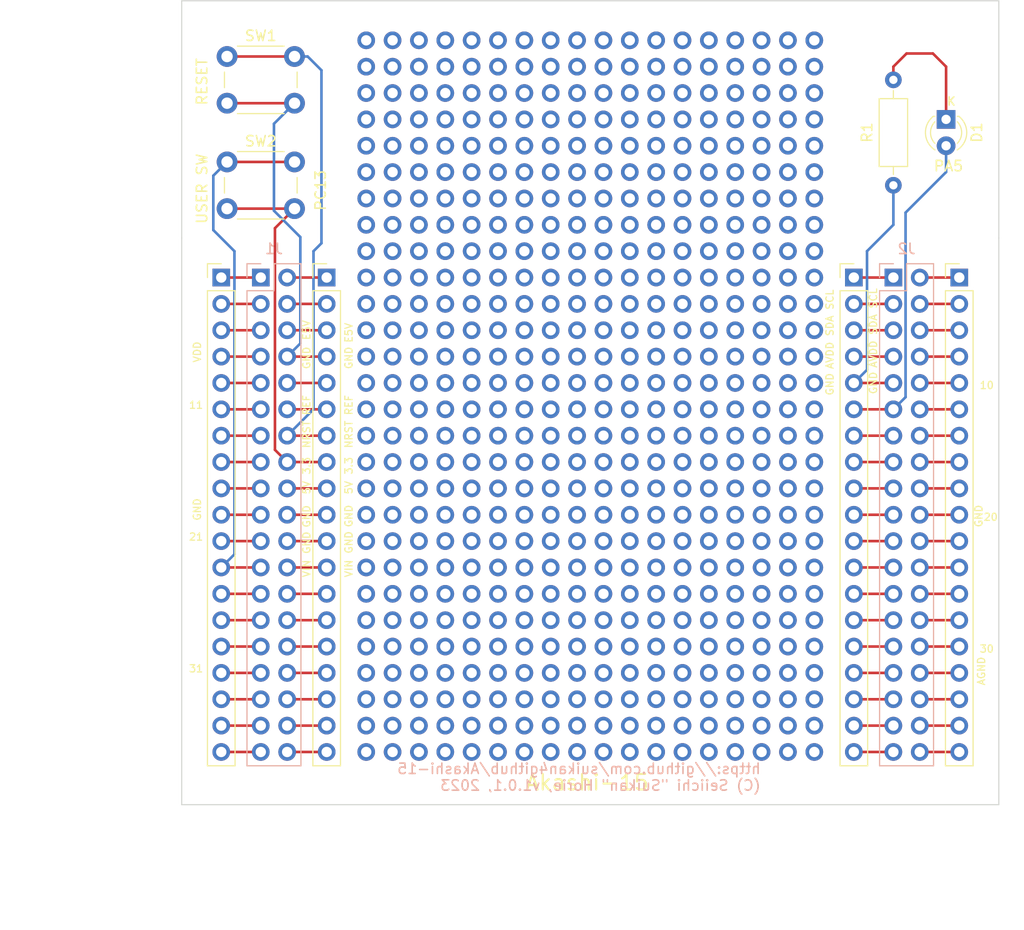
<source format=kicad_pcb>
(kicad_pcb (version 20221018) (generator pcbnew)
  (layers (0 "F.Cu" signal) (31 "B.Cu" signal) (34 "B.Paste" user) (35 "F.Paste" user) (36 "B.SilkS" user "B.Silkscreen") (37 "F.SilkS" user "F.Silkscreen") (38 "B.Mask" user) (39 "F.Mask" user) (44 "Edge.Cuts" user))
  (net 0 "")
  (net 1 "Net-(J1-Pin_1)")
  (net 2 "Net-(J1-Pin_2)")
  (net 3 "Net-(J1-Pin_3)")
  (net 4 "Net-(J1-Pin_4)")
  (net 5 "Net-(J1-Pin_5)")
  (net 6 "Net-(J1-Pin_6)")
  (net 7 "Net-(J1-Pin_7)")
  (net 8 "Net-(J1-Pin_9)")
  (net 9 "Net-(J1-Pin_10)")
  (net 10 "Net-(J1-Pin_11)")
  (net 11 "Net-(J1-Pin_12)")
  (net 12 "Net-(J1-Pin_13)")
  (net 13 "Net-(J1-Pin_14)")
  (net 14 "Net-(J1-Pin_15)")
  (net 15 "Net-(J1-Pin_16)")
  (net 16 "Net-(J1-Pin_17)")
  (net 17 "Net-(J1-Pin_18)")
  (net 18 "Net-(J1-Pin_19)")
  (net 19 "Net-(J1-Pin_20)")
  (net 20 "Net-(J1-Pin_21)")
  (net 21 "Net-(J1-Pin_23)")
  (net 22 "Net-(J1-Pin_24)")
  (net 23 "Net-(J1-Pin_25)")
  (net 24 "Net-(J1-Pin_26)")
  (net 25 "Net-(J1-Pin_27)")
  (net 26 "Net-(J1-Pin_28)")
  (net 27 "Net-(J1-Pin_29)")
  (net 28 "Net-(J1-Pin_30)")
  (net 29 "Net-(J1-Pin_31)")
  (net 30 "Net-(J1-Pin_32)")
  (net 31 "Net-(J1-Pin_33)")
  (net 32 "Net-(J1-Pin_34)")
  (net 33 "Net-(J1-Pin_35)")
  (net 34 "Net-(J1-Pin_36)")
  (net 35 "Net-(J1-Pin_37)")
  (net 36 "Net-(J1-Pin_38)")
  (net 37 "Net-(J2-Pin_1)")
  (net 38 "Net-(J2-Pin_2)")
  (net 39 "Net-(J2-Pin_3)")
  (net 40 "Net-(J2-Pin_4)")
  (net 41 "Net-(J2-Pin_5)")
  (net 42 "Net-(J2-Pin_6)")
  (net 43 "Net-(J2-Pin_7)")
  (net 44 "Net-(J2-Pin_8)")
  (net 45 "Net-(J2-Pin_10)")
  (net 46 "Net-(J2-Pin_12)")
  (net 47 "Net-(J2-Pin_13)")
  (net 48 "Net-(J2-Pin_14)")
  (net 49 "Net-(J2-Pin_15)")
  (net 50 "Net-(J2-Pin_16)")
  (net 51 "Net-(J2-Pin_17)")
  (net 52 "Net-(J2-Pin_18)")
  (net 53 "Net-(J2-Pin_19)")
  (net 54 "Net-(J2-Pin_20)")
  (net 55 "Net-(J2-Pin_21)")
  (net 56 "Net-(J2-Pin_22)")
  (net 57 "Net-(J2-Pin_23)")
  (net 58 "Net-(J2-Pin_24)")
  (net 59 "Net-(J2-Pin_25)")
  (net 60 "Net-(J2-Pin_26)")
  (net 61 "Net-(J2-Pin_27)")
  (net 62 "Net-(J2-Pin_28)")
  (net 63 "Net-(J2-Pin_29)")
  (net 64 "Net-(J2-Pin_30)")
  (net 65 "Net-(J2-Pin_31)")
  (net 66 "Net-(J2-Pin_32)")
  (net 67 "Net-(J2-Pin_33)")
  (net 68 "Net-(J2-Pin_34)")
  (net 69 "Net-(J2-Pin_35)")
  (net 70 "Net-(J2-Pin_36)")
  (net 71 "Net-(J2-Pin_37)")
  (net 72 "Net-(J2-Pin_38)")
  (net 73 "Net-(D1-A)")
  (net 74 "Net-(D1-K)")
  (net 75 "Net-(J1-Pin_22)")
  (net 76 "GND")
  (net 77 "GND1")
  (footprint "Button_Switch_THT:SW_PUSH_6mm" (layer "F.Cu") (at 118.67 77.76)
    (fp_text reference "SW2")
    (fp_text value "SW_Omron_B3FS")
  )
  (footprint "Connector_PinHeader_2.54mm:PinHeader_1x19_P2.54mm_Vertical" (layer "F.Cu") (at 118.11 88.9)
    (fp_text reference "J3" hide)
    (fp_text value "Conn_01x19_Pin")
  )
  (footprint "Connector_PinHeader_2.54mm:PinHeader_2x28_P2.54mm_Vertical" (layer "F.Cu") (at 152.4 66.04)
    (fp_text reference "REF**" hide)
    (fp_text value "PinHeader_2x28_P2.54mm_Vertical" hide)
  )
  (footprint "LED_THT:LED_D3.0mm" (layer "F.Cu") (at 187.96 73.66 -90)
    (fp_text reference "D1")
    (fp_text value "LED")
  )
  (footprint "Connector_PinHeader_2.54mm:PinHeader_1x19_P2.54mm_Vertical" (layer "F.Cu") (at 189.23 88.9)
    (fp_text reference "J5" hide)
    (fp_text value "Conn_01x19_Pin")
  )
  (footprint "Connector_PinHeader_2.54mm:PinHeader_1x19_P2.54mm_Vertical" (layer "F.Cu") (at 179.07 88.9)
    (fp_text reference "J6" hide)
    (fp_text value "Conn_01x19_Pin")
  )
  (footprint "Connector_PinHeader_2.54mm:PinHeader_2x28_P2.54mm_Vertical" (layer "F.Cu") (at 172.72 66.04)
    (fp_text reference "REF**" hide)
    (fp_text value "PinHeader_2x28_P2.54mm_Vertical" hide)
  )
  (footprint "Connector_PinHeader_2.54mm:PinHeader_2x28_P2.54mm_Vertical" (layer "F.Cu") (at 142.24 66.04)
    (fp_text reference "REF**" hide)
    (fp_text value "PinHeader_2x28_P2.54mm_Vertical" hide)
  )
  (footprint "Connector_PinHeader_2.54mm:PinHeader_2x28_P2.54mm_Vertical" (layer "F.Cu") (at 157.48 66.04)
    (fp_text reference "REF**" hide)
    (fp_text value "PinHeader_2x28_P2.54mm_Vertical" hide)
  )
  (footprint "Resistor_THT:R_Axial_DIN0207_L6.3mm_D2.5mm_P10.16mm_Horizontal" (layer "F.Cu") (at 182.88 69.85 -90)
    (fp_text reference "R1")
    (fp_text value "1k")
  )
  (footprint "Connector_PinHeader_2.54mm:PinHeader_2x28_P2.54mm_Vertical" (layer "F.Cu") (at 132.08 66.04)
    (fp_text reference "REF**" hide)
    (fp_text value "PinHeader_2x28_P2.54mm_Vertical" hide)
  )
  (footprint "Button_Switch_THT:SW_PUSH_6mm" (layer "F.Cu") (at 118.67 67.6)
    (fp_text reference "SW1")
    (fp_text value "SW_Omron_B3FS")
  )
  (footprint "Connector_PinHeader_2.54mm:PinHeader_2x28_P2.54mm_Vertical" (layer "F.Cu") (at 167.64 66.04)
    (fp_text reference "REF**" hide)
    (fp_text value "PinHeader_2x28_P2.54mm_Vertical" hide)
  )
  (footprint "Connector_PinHeader_2.54mm:PinHeader_2x28_P2.54mm_Vertical" (layer "F.Cu") (at 137.16 66.04)
    (fp_text reference "REF**" hide)
    (fp_text value "PinHeader_2x28_P2.54mm_Vertical" hide)
  )
  (footprint "Connector_PinHeader_2.54mm:PinHeader_1x19_P2.54mm_Vertical" (layer "F.Cu") (at 128.27 88.9)
    (fp_text reference "J4" hide)
    (fp_text value "Conn_01x19_Pin")
  )
  (footprint "Connector_PinHeader_2.54mm:PinHeader_2x28_P2.54mm_Vertical" (layer "F.Cu") (at 147.32 66.04)
    (fp_text reference "REF**" hide)
    (fp_text value "PinHeader_2x28_P2.54mm_Vertical" hide)
  )
  (footprint "Connector_PinHeader_2.54mm:PinHeader_2x28_P2.54mm_Vertical" (layer "F.Cu") (at 162.56 66.04)
    (fp_text reference "REF**" hide)
    (fp_text value "PinHeader_2x28_P2.54mm_Vertical" hide)
  )
  (footprint "Connector_PinSocket_2.54mm:PinSocket_2x19_P2.54mm_Vertical" (layer "B.Cu") (at 182.88 88.9 180)
    (fp_text reference "J2")
    (fp_text value "Conn_02x19_Odd_Even")
  )
  (footprint "Connector_PinSocket_2.54mm:PinSocket_2x19_P2.54mm_Vertical" (layer "B.Cu") (at 121.92 88.9 180)
    (fp_text reference "J1")
    (fp_text value "Conn_02x19_Odd_Even")
  )
  (gr_line (start 114.3 85.09) (end 114.3 62.23) (stroke (width 0.1)) (layer "Edge.Cuts"))
  (gr_line (start 193.04 85.09) (end 193.04 139.7) (stroke (width 0.1)) (layer "Edge.Cuts"))
  (gr_line (start 193.04 62.23) (end 193.04 85.09) (stroke (width 0.1)) (layer "Edge.Cuts"))
  (gr_line (start 114.3 62.23) (end 193.04 62.23) (stroke (width 0.1)) (layer "Edge.Cuts"))
  (gr_line (start 114.3 139.7) (end 114.3 85.09) (stroke (width 0.1)) (layer "Edge.Cuts"))
  (gr_line (start 193.04 139.7) (end 114.3 139.7) (stroke (width 0.1)) (layer "Edge.Cuts"))
  (gr_text "https://github.com/suikan4github/Akashi-15\n(C) Seiichi {dblquote}Suikan{dblquote} Horie, v1.0.1, 2023" (at 170.18 138.43) (layer "B.SilkS") (effects (font (size 1 1)) (justify left bottom mirror)))
  (gr_text "Akashi-15" (at 147.32 138.43) (layer "F.SilkS") (effects (font (size 1.5 1.5) (thickness 0.2)) (justify left bottom)))
  (gr_text "AVDD" (at 177.165 97.79 90) (layer "F.SilkS") (effects (font (size 0.7 0.7) (thickness 0.12) bold) (justify left bottom)))
  (gr_text "30" (at 191.135 125.095) (layer "F.SilkS") (effects (font (size 0.7 0.7) (thickness 0.12) bold) (justify left bottom)))
  (gr_text "USER SW" (at 116.84 83.82 90) (layer "F.SilkS") (effects (font (size 1 1)) (justify left bottom)))
  (gr_text "GND" (at 130.81 113.03 90) (layer "F.SilkS") (effects (font (size 0.7 0.7) (thickness 0.12) bold) (justify left bottom)))
  (gr_text "GND" (at 130.81 115.57 90) (layer "F.SilkS") (effects (font (size 0.7 0.7) (thickness 0.12) bold) (justify left bottom)))
  (gr_text "VIN" (at 130.81 117.856 90) (layer "F.SilkS") (effects (font (size 0.7 0.7) (thickness 0.12) bold) (justify left bottom)))
  (gr_text "NRST" (at 130.81 105.41 90) (layer "F.SilkS") (effects (font (size 0.7 0.7) (thickness 0.12) bold) (justify left bottom)))
  (gr_text "31" (at 114.935 127) (layer "F.SilkS") (effects (font (size 0.7 0.7) (thickness 0.12) bold) (justify left bottom)))
  (gr_text "PC13" (at 128.27 82.55 90) (layer "F.SilkS") (effects (font (size 1 1)) (justify left bottom)))
  (gr_text "SCL" (at 181.356 91.948 90) (layer "F.SilkS") (effects (font (size 0.7 0.7) (thickness 0.12) bold) (justify left bottom)))
  (gr_text "NRST" (at 126.746 105.41 90) (layer "F.SilkS") (effects (font (size 0.7 0.7) (thickness 0.12) bold) (justify left bottom)))
  (gr_text "AVDD" (at 181.356 97.663 90) (layer "F.SilkS") (effects (font (size 0.7 0.7) (thickness 0.12) bold) (justify left bottom)))
  (gr_text "REF" (at 126.746 102.235 90) (layer "F.SilkS") (effects (font (size 0.7 0.7) (thickness 0.12) bold) (justify left bottom)))
  (gr_text "VDD" (at 116.205 97.155 90) (layer "F.SilkS") (effects (font (size 0.7 0.7) (thickness 0.12) bold) (justify left bottom)))
  (gr_text "GND" (at 126.746 115.6 90) (layer "F.SilkS") (effects (font (size 0.7 0.7) (thickness 0.12) bold) (justify left bottom)))
  (gr_text "E5V" (at 126.746 94.996 90) (layer "F.SilkS") (effects (font (size 0.7 0.7) (thickness 0.12) bold) (justify left bottom)))
  (gr_text "SDA" (at 181.356 94.488 90) (layer "F.SilkS") (effects (font (size 0.7 0.7) (thickness 0.12) bold) (justify left bottom)))
  (gr_text "GND" (at 130.81 97.79 90) (layer "F.SilkS") (effects (font (size 0.7 0.7) (thickness 0.12) bold) (justify left bottom)))
  (gr_text "SDA" (at 177.165 94.615 90) (layer "F.SilkS") (effects (font (size 0.7 0.7) (thickness 0.12) bold) (justify left bottom)))
  (gr_text "11" (at 114.935 101.6) (layer "F.SilkS") (effects (font (size 0.7 0.7) (thickness 0.12) bold) (justify left bottom)))
  (gr_text "AGND" (at 191.77 128.27 90) (layer "F.SilkS") (effects (font (size 0.7 0.7) (thickness 0.12) bold) (justify left bottom)))
  (gr_text "GND" (at 177.165 100.33 90) (layer "F.SilkS") (effects (font (size 0.7 0.7) (thickness 0.12) bold) (justify left bottom)))
  (gr_text "10" (at 191.135 99.695) (layer "F.SilkS") (effects (font (size 0.7 0.7) (thickness 0.12) bold) (justify left bottom)))
  (gr_text "PA5" (at 186.69 78.74) (layer "F.SilkS") (effects (font (size 1 1)) (justify left bottom)))
  (gr_text "20" (at 191.516 112.395) (layer "F.SilkS") (effects (font (size 0.7 0.7) (thickness 0.12) bold) (justify left bottom)))
  (gr_text "GND" (at 116.205 112.395 90) (layer "F.SilkS") (effects (font (size 0.7 0.7) (thickness 0.12) bold) (justify left bottom)))
  (gr_text "K" (at 187.96 72.39) (layer "F.SilkS") (effects (font (size 0.8 0.8)) (justify left bottom)))
  (gr_text "GND" (at 126.746 97.79 90) (layer "F.SilkS") (effects (font (size 0.7 0.7) (thickness 0.12) bold) (justify left bottom)))
  (gr_text "3.3" (at 126.746 107.95 90) (layer "F.SilkS") (effects (font (size 0.7 0.7) (thickness 0.12) bold) (justify left bottom)))
  (gr_text "5V" (at 130.81 109.855 90) (layer "F.SilkS") (effects (font (size 0.7 0.7) (thickness 0.12) bold) (justify left bottom)))
  (gr_text "E5V" (at 130.81 95.25 90) (layer "F.SilkS") (effects (font (size 0.7 0.7) (thickness 0.12) bold) (justify left bottom)))
  (gr_text "3.3" (at 130.81 107.95 90) (layer "F.SilkS") (effects (font (size 0.7 0.7) (thickness 0.12) bold) (justify left bottom)))
  (gr_text "VIN" (at 126.746 117.856 90) (layer "F.SilkS") (effects (font (size 0.7 0.7) (thickness 0.12) bold) (justify left bottom)))
  (gr_text "5V" (at 126.746 109.855 90) (layer "F.SilkS") (effects (font (size 0.7 0.7) (thickness 0.12) bold) (justify left bottom)))
  (gr_text "GND" (at 191.516 113.03 90) (layer "F.SilkS") (effects (font (size 0.7 0.7) (thickness 0.12) bold) (justify left bottom)))
  (gr_text "RESET" (at 116.84 72.39 90) (layer "F.SilkS") (effects (font (size 1 1)) (justify left bottom)))
  (gr_text "GND" (at 126.746 113.06 90) (layer "F.SilkS") (effects (font (size 0.7 0.7) (thickness 0.12) bold) (justify left bottom)))
  (gr_text "REF" (at 130.81 102.235 90) (layer "F.SilkS") (effects (font (size 0.7 0.7) (thickness 0.12) bold) (justify left bottom)))
  (gr_text "21" (at 114.935 114.3) (layer "F.SilkS") (effects (font (size 0.7 0.7) (thickness 0.12) bold) (justify left bottom)))
  (gr_text "GND" (at 181.356 100.203 90) (layer "F.SilkS") (effects (font (size 0.7 0.7) (thickness 0.12) bold) (justify left bottom)))
  (gr_text "SCL" (at 177.165 92.075 90) (layer "F.SilkS") (effects (font (size 0.7 0.7) (thickness 0.12) bold) (justify left bottom)))
  (segment (start 118.11 88.9) (end 121.92 88.9) (width 0.25) (layer "F.Cu") (net 1))
  (segment (start 128.27 88.9) (end 124.46 88.9) (width 0.25) (layer "F.Cu") (net 2))
  (segment (start 121.92 91.44) (end 118.11 91.44) (width 0.25) (layer "F.Cu") (net 3))
  (segment (start 124.46 91.44) (end 128.27 91.44) (width 0.25) (layer "F.Cu") (net 4))
  (segment (start 118.11 93.98) (end 121.92 93.98) (width 0.25) (layer "F.Cu") (net 5))
  (segment (start 124.46 93.98) (end 128.27 93.98) (width 0.25) (layer "F.Cu") (net 6))
  (segment (start 121.92 96.52) (end 118.11 96.52) (width 0.25) (layer "F.Cu") (net 7))
  (segment (start 118.11 99.06) (end 121.92 99.06) (width 0.25) (layer "F.Cu") (net 8))
  (segment (start 124.46 99.06) (end 128.27 99.06) (width 0.25) (layer "F.Cu") (net 9))
  (segment (start 121.92 101.6) (end 118.11 101.6) (width 0.25) (layer "F.Cu") (net 10))
  (segment (start 128.27 101.6) (end 124.46 101.6) (width 0.25) (layer "F.Cu") (net 11))
  (segment (start 118.11 104.14) (end 121.92 104.14) (width 0.25) (layer "F.Cu") (net 12))
  (segment (start 124.46 104.14) (end 128.27 104.14) (width 0.25) (layer "F.Cu") (net 13))
  (segment (start 118.67 67.6) (end 125.17 67.6) (width 0.25) (layer "F.Cu") (net 13))
  (segment (start 127.765 68.925) (end 126.44 67.6) (width 0.25) (layer "B.Cu") (net 13))
  (segment (start 127 86.36) (end 127.765 85.595) (width 0.25) (layer "B.Cu") (net 13))
  (segment (start 127.765 85.595) (end 127.765 68.925) (width 0.25) (layer "B.Cu") (net 13))
  (segment (start 127 101.6) (end 124.46 104.14) (width 0.25) (layer "B.Cu") (net 13))
  (segment (start 127 86.36) (end 127 101.6) (width 0.25) (layer "B.Cu") (net 13))
  (segment (start 126.44 67.6) (end 125.17 67.6) (width 0.25) (layer "B.Cu") (net 13))
  (segment (start 121.92 106.68) (end 118.11 106.68) (width 0.25) (layer "F.Cu") (net 14))
  (segment (start 123.285 84.145) (end 123.285 105.505) (width 0.25) (layer "F.Cu") (net 15))
  (segment (start 125.17 82.26) (end 123.285 84.145) (width 0.25) (layer "F.Cu") (net 15))
  (segment (start 128.27 106.68) (end 124.46 106.68) (width 0.25) (layer "F.Cu") (net 15))
  (segment (start 123.285 105.505) (end 124.46 106.68) (width 0.25) (layer "F.Cu") (net 15))
  (segment (start 118.67 82.26) (end 125.17 82.26) (width 0.25) (layer "F.Cu") (net 15))
  (segment (start 118.11 109.22) (end 121.92 109.22) (width 0.25) (layer "F.Cu") (net 16))
  (segment (start 124.46 109.22) (end 128.27 109.22) (width 0.25) (layer "F.Cu") (net 17))
  (segment (start 121.92 111.76) (end 118.11 111.76) (width 0.25) (layer "F.Cu") (net 18))
  (segment (start 128.27 111.76) (end 124.46 111.76) (width 0.25) (layer "F.Cu") (net 19))
  (segment (start 121.92 114.3) (end 118.11 114.3) (width 0.25) (layer "F.Cu") (net 20))
  (segment (start 118.11 116.84) (end 121.92 116.84) (width 0.25) (layer "F.Cu") (net 21))
  (segment (start 125.17 77.76) (end 118.67 77.76) (width 0.25) (layer "F.Cu") (net 21))
  (segment (start 117.345 84.325) (end 117.345 79.085) (width 0.25) (layer "B.Cu") (net 21))
  (segment (start 118.11 116.84) (end 119.38 115.57) (width 0.25) (layer "B.Cu") (net 21))
  (segment (start 119.38 86.36) (end 117.345 84.325) (width 0.25) (layer "B.Cu") (net 21))
  (segment (start 119.38 115.57) (end 119.38 86.36) (width 0.25) (layer "B.Cu") (net 21))
  (segment (start 117.345 79.085) (end 118.67 77.76) (width 0.25) (layer "B.Cu") (net 21))
  (segment (start 124.46 116.84) (end 128.27 116.84) (width 0.25) (layer "F.Cu") (net 22))
  (segment (start 121.92 119.38) (end 118.11 119.38) (width 0.25) (layer "F.Cu") (net 23))
  (segment (start 128.27 119.38) (end 124.46 119.38) (width 0.25) (layer "F.Cu") (net 24))
  (segment (start 118.11 121.92) (end 121.92 121.92) (width 0.25) (layer "F.Cu") (net 25))
  (segment (start 124.46 121.92) (end 128.27 121.92) (width 0.25) (layer "F.Cu") (net 26))
  (segment (start 121.92 124.46) (end 118.11 124.46) (width 0.25) (layer "F.Cu") (net 27))
  (segment (start 128.27 124.46) (end 124.46 124.46) (width 0.25) (layer "F.Cu") (net 28))
  (segment (start 118.11 127) (end 121.92 127) (width 0.25) (layer "F.Cu") (net 29))
  (segment (start 124.46 127) (end 128.27 127) (width 0.25) (layer "F.Cu") (net 30))
  (segment (start 121.92 129.54) (end 118.11 129.54) (width 0.25) (layer "F.Cu") (net 31))
  (segment (start 128.27 129.54) (end 124.46 129.54) (width 0.25) (layer "F.Cu") (net 32))
  (segment (start 118.11 132.08) (end 121.92 132.08) (width 0.25) (layer "F.Cu") (net 33))
  (segment (start 124.46 132.08) (end 128.27 132.08) (width 0.25) (layer "F.Cu") (net 34))
  (segment (start 121.92 134.62) (end 118.11 134.62) (width 0.25) (layer "F.Cu") (net 35))
  (segment (start 128.27 134.62) (end 124.46 134.62) (width 0.25) (layer "F.Cu") (net 36))
  (segment (start 179.07 88.9) (end 182.88 88.9) (width 0.25) (layer "F.Cu") (net 37))
  (segment (start 185.42 88.9) (end 189.23 88.9) (width 0.25) (layer "F.Cu") (net 38))
  (segment (start 182.88 91.44) (end 179.07 91.44) (width 0.25) (layer "F.Cu") (net 39))
  (segment (start 189.23 91.44) (end 185.42 91.44) (width 0.25) (layer "F.Cu") (net 40))
  (segment (start 179.07 93.98) (end 182.88 93.98) (width 0.25) (layer "F.Cu") (net 41))
  (segment (start 185.42 93.98) (end 189.23 93.98) (width 0.25) (layer "F.Cu") (net 42))
  (segment (start 182.88 96.52) (end 179.07 96.52) (width 0.25) (layer "F.Cu") (net 43))
  (segment (start 189.23 96.52) (end 185.42 96.52) (width 0.25) (layer "F.Cu") (net 44))
  (segment (start 185.42 99.06) (end 189.23 99.06) (width 0.25) (layer "F.Cu") (net 45))
  (segment (start 189.23 101.6) (end 185.42 101.6) (width 0.25) (layer "F.Cu") (net 46))
  (segment (start 179.07 104.14) (end 182.88 104.14) (width 0.25) (layer "F.Cu") (net 47))
  (segment (start 185.42 104.14) (end 189.23 104.14) (width 0.25) (layer "F.Cu") (net 48))
  (segment (start 179.07 106.68) (end 182.88 106.68) (width 0.25) (layer "F.Cu") (net 49))
  (segment (start 189.23 106.68) (end 185.42 106.68) (width 0.25) (layer "F.Cu") (net 50))
  (segment (start 182.88 109.22) (end 179.07 109.22) (width 0.25) (layer "F.Cu") (net 51))
  (segment (start 185.42 109.22) (end 189.23 109.22) (width 0.25) (layer "F.Cu") (net 52))
  (segment (start 179.07 111.76) (end 182.88 111.76) (width 0.25) (layer "F.Cu") (net 53))
  (segment (start 189.23 111.76) (end 185.42 111.76) (width 0.25) (layer "F.Cu") (net 54))
  (segment (start 182.88 114.3) (end 179.07 114.3) (width 0.25) (layer "F.Cu") (net 55))
  (segment (start 185.42 114.3) (end 189.23 114.3) (width 0.25) (layer "F.Cu") (net 56))
  (segment (start 179.07 116.84) (end 182.88 116.84) (width 0.25) (layer "F.Cu") (net 57))
  (segment (start 189.23 116.84) (end 185.42 116.84) (width 0.25) (layer "F.Cu") (net 58))
  (segment (start 182.88 119.38) (end 179.07 119.38) (width 0.25) (layer "F.Cu") (net 59))
  (segment (start 185.42 119.38) (end 189.23 119.38) (width 0.25) (layer "F.Cu") (net 60))
  (segment (start 179.07 121.92) (end 182.88 121.92) (width 0.25) (layer "F.Cu") (net 61))
  (segment (start 189.23 121.92) (end 185.42 121.92) (width 0.25) (layer "F.Cu") (net 62))
  (segment (start 182.88 124.46) (end 179.07 124.46) (width 0.25) (layer "F.Cu") (net 63))
  (segment (start 185.42 124.46) (end 189.23 124.46) (width 0.25) (layer "F.Cu") (net 64))
  (segment (start 179.07 127) (end 182.88 127) (width 0.25) (layer "F.Cu") (net 65))
  (segment (start 189.23 127) (end 185.42 127) (width 0.25) (layer "F.Cu") (net 66))
  (segment (start 182.88 129.54) (end 179.07 129.54) (width 0.25) (layer "F.Cu") (net 67))
  (segment (start 185.42 129.54) (end 189.23 129.54) (width 0.25) (layer "F.Cu") (net 68))
  (segment (start 179.07 132.08) (end 182.88 132.08) (width 0.25) (layer "F.Cu") (net 69))
  (segment (start 189.23 132.08) (end 185.42 132.08) (width 0.25) (layer "F.Cu") (net 70))
  (segment (start 182.88 134.62) (end 179.07 134.62) (width 0.25) (layer "F.Cu") (net 71))
  (segment (start 185.42 134.62) (end 189.23 134.62) (width 0.25) (layer "F.Cu") (net 72))
  (segment (start 182.88 101.6) (end 179.07 101.6) (width 0.25) (layer "F.Cu") (net 73))
  (segment (start 184.055 100.425) (end 184.055 82.645) (width 0.25) (layer "B.Cu") (net 73))
  (segment (start 182.88 101.6) (end 184.055 100.425) (width 0.25) (layer "B.Cu") (net 73))
  (segment (start 184.055 82.645) (end 187.96 78.74) (width 0.25) (layer "B.Cu") (net 73))
  (segment (start 187.96 78.74) (end 187.96 76.2) (width 0.25) (layer "B.Cu") (net 73))
  (segment (start 184.15 67.31) (end 182.88 68.58) (width 0.25) (layer "F.Cu") (net 74))
  (segment (start 186.69 67.31) (end 184.15 67.31) (width 0.25) (layer "F.Cu") (net 74))
  (segment (start 182.88 68.58) (end 182.88 69.85) (width 0.25) (layer "F.Cu") (net 74))
  (segment (start 187.96 73.66) (end 187.96 68.58) (width 0.25) (layer "F.Cu") (net 74))
  (segment (start 187.96 68.58) (end 186.69 67.31) (width 0.25) (layer "F.Cu") (net 74))
  (segment (start 128.27 114.3) (end 124.46 114.3) (width 0.25) (layer "F.Cu") (net 75))
  (segment (start 128.27 96.52) (end 124.46 96.52) (width 0.25) (layer "F.Cu") (net 76))
  (segment (start 125.17 72.1) (end 118.67 72.1) (width 0.25) (layer "F.Cu") (net 76))
  (segment (start 124.46 96.52) (end 125.73 95.25) (width 0.25) (layer "B.Cu") (net 76))
  (segment (start 123.19 74.08) (end 125.17 72.1) (width 0.25) (layer "B.Cu") (net 76))
  (segment (start 125.73 85) (end 123.19 82.46) (width 0.25) (layer "B.Cu") (net 76))
  (segment (start 123.19 82.46) (end 123.19 74.08) (width 0.25) (layer "B.Cu") (net 76))
  (segment (start 125.73 95.25) (end 125.73 85) (width 0.25) (layer "B.Cu") (net 76))
  (segment (start 179.07 99.06) (end 182.88 99.06) (width 0.25) (layer "F.Cu") (net 77))
  (segment (start 182.88 83.82) (end 182.88 80.01) (width 0.25) (layer "B.Cu") (net 77))
  (segment (start 180.34 97.79) (end 180.34 86.36) (width 0.25) (layer "B.Cu") (net 77))
  (segment (start 180.34 86.36) (end 182.88 83.82) (width 0.25) (layer "B.Cu") (net 77))
  (segment (start 179.07 99.06) (end 180.34 97.79) (width 0.25) (layer "B.Cu") (net 77))
)
</source>
